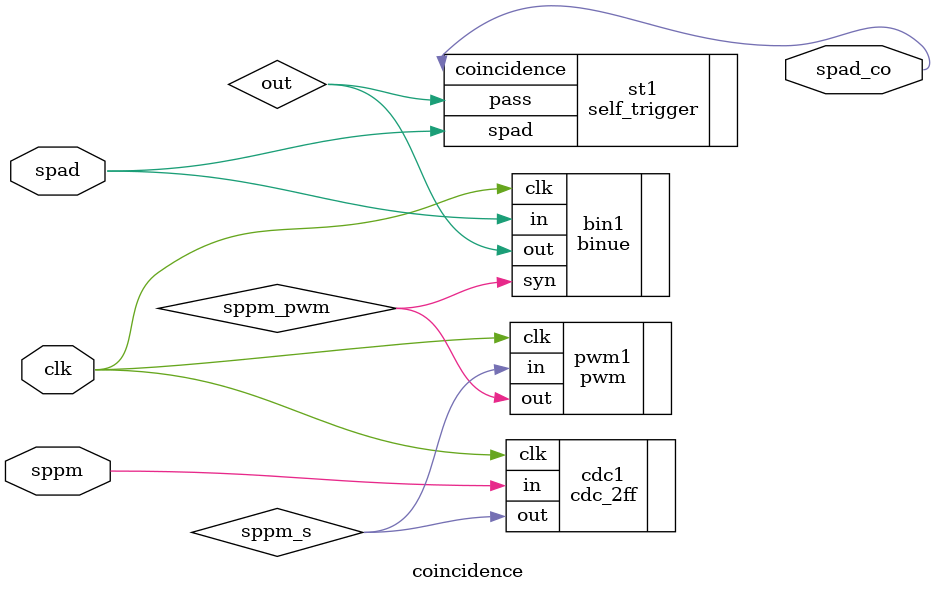
<source format=v>
module coincidence(
	input clk,
	input sppm,
	input spad,

	output spad_co
    );

wire sppm_s;
cdc_2ff cdc1( .clk(clk), .in(sppm), .out(sppm_s));

wire sppm_pwm;
pwm pwm1( .clk(clk), .in(sppm_s), .out(sppm_pwm));

wire out;
binue bin1(.clk(clk), .syn(sppm_pwm), .in(spad), .out(out));

self_trigger st1( .spad(spad), .pass(out), .coincidence(spad_co));

endmodule
</source>
